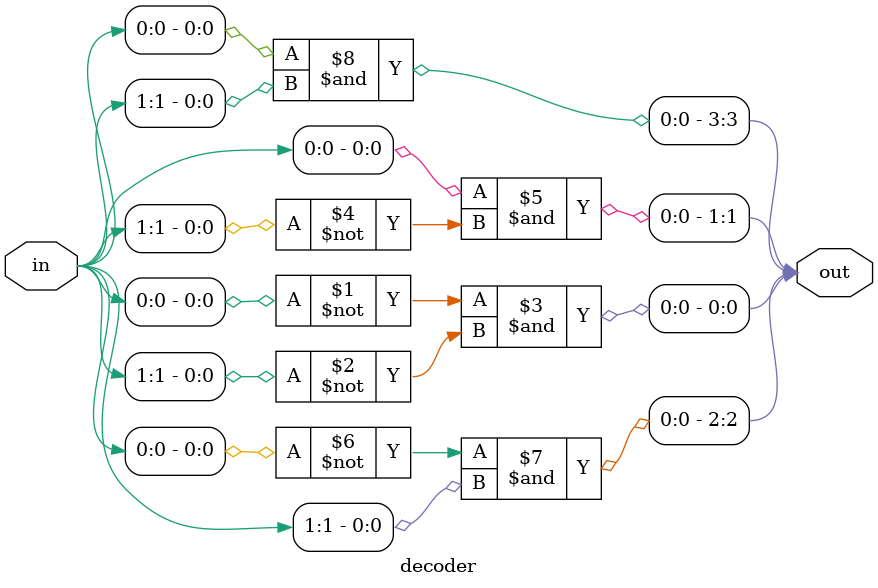
<source format=v>
`timescale 1ns / 1ps

module decoder(
	input [1:0] in,
	output [3:0] out
    );
    assign out[0]= ~in[0] & ~in[1];
    assign out[1]=   in[0] & ~in[1];
    assign out[2]= ~in[0] &   in[1];
    assign out[3]=   in[0] &   in[1];
endmodule

</source>
